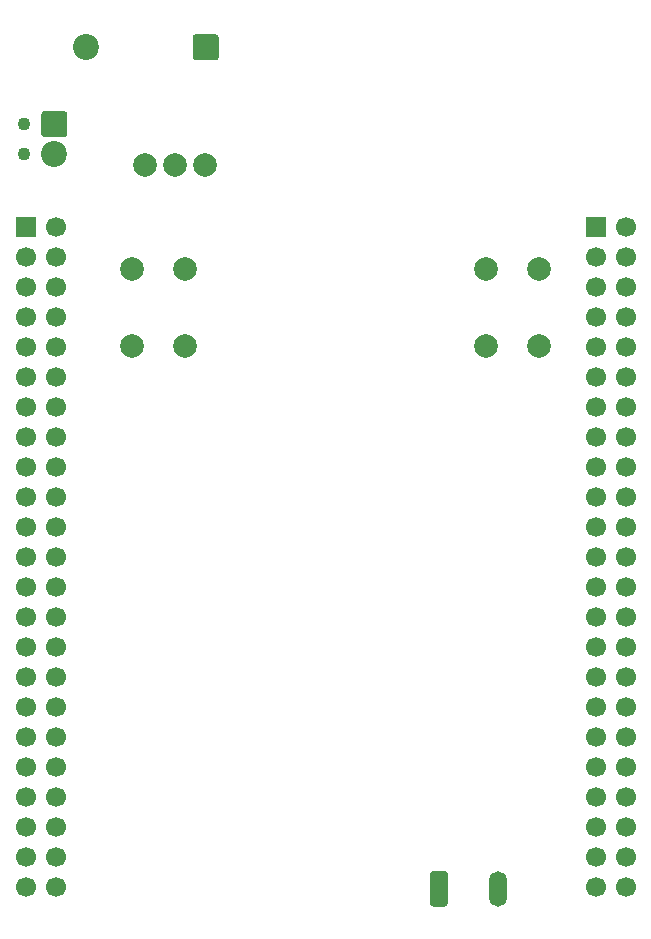
<source format=gbr>
G04 #@! TF.GenerationSoftware,KiCad,Pcbnew,9.0.1+1*
G04 #@! TF.CreationDate,2025-11-20T01:51:37+00:00*
G04 #@! TF.ProjectId,com4bbb,636f6d34-6262-4622-9e6b-696361645f70,rev?*
G04 #@! TF.SameCoordinates,Original*
G04 #@! TF.FileFunction,Soldermask,Bot*
G04 #@! TF.FilePolarity,Negative*
%FSLAX46Y46*%
G04 Gerber Fmt 4.6, Leading zero omitted, Abs format (unit mm)*
G04 Created by KiCad (PCBNEW 9.0.1+1) date 2025-11-20 01:51:37*
%MOMM*%
%LPD*%
G01*
G04 APERTURE LIST*
%ADD10R,1.700000X1.700000*%
%ADD11C,1.700000*%
%ADD12O,1.500000X3.000000*%
%ADD13C,2.000000*%
%ADD14C,1.100000*%
%ADD15C,2.200000*%
G04 APERTURE END LIST*
D10*
X164630100Y-62382400D03*
D11*
X167170100Y-62382400D03*
X164630100Y-64922400D03*
X167170100Y-64922400D03*
X164630100Y-67462400D03*
X167170100Y-67462400D03*
X164630100Y-70002400D03*
X167170100Y-70002400D03*
X164630100Y-72542400D03*
X167170100Y-72542400D03*
X164630100Y-75082400D03*
X167170100Y-75082400D03*
X164630100Y-77622400D03*
X167170100Y-77622400D03*
X164630100Y-80162400D03*
X167170100Y-80162400D03*
X164630100Y-82702400D03*
X167170100Y-82702400D03*
X164630100Y-85242400D03*
X167170100Y-85242400D03*
X164630100Y-87782400D03*
X167170100Y-87782400D03*
X164630100Y-90322400D03*
X167170100Y-90322400D03*
X164630100Y-92862400D03*
X167170100Y-92862400D03*
X164630100Y-95402400D03*
X167170100Y-95402400D03*
X164630100Y-97942400D03*
X167170100Y-97942400D03*
X164630100Y-100482400D03*
X167170100Y-100482400D03*
X164630100Y-103022400D03*
X167170100Y-103022400D03*
X164630100Y-105562400D03*
X167170100Y-105562400D03*
X164630100Y-108102400D03*
X167170100Y-108102400D03*
X164630100Y-110642400D03*
X167170100Y-110642400D03*
X164630100Y-113182400D03*
X167170100Y-113182400D03*
X164630100Y-115722400D03*
X167170100Y-115722400D03*
X164630100Y-118262400D03*
X167170100Y-118262400D03*
D10*
X116370100Y-62382400D03*
D11*
X118910100Y-62382400D03*
X116370100Y-64922400D03*
X118910100Y-64922400D03*
X116370100Y-67462400D03*
X118910100Y-67462400D03*
X116370100Y-70002400D03*
X118910100Y-70002400D03*
X116370100Y-72542400D03*
X118910100Y-72542400D03*
X116370100Y-75082400D03*
X118910100Y-75082400D03*
X116370100Y-77622400D03*
X118910100Y-77622400D03*
X116370100Y-80162400D03*
X118910100Y-80162400D03*
X116370100Y-82702400D03*
X118910100Y-82702400D03*
X116370100Y-85242400D03*
X118910100Y-85242400D03*
X116370100Y-87782400D03*
X118910100Y-87782400D03*
X116370100Y-90322400D03*
X118910100Y-90322400D03*
X116370100Y-92862400D03*
X118910100Y-92862400D03*
X116370100Y-95402400D03*
X118910100Y-95402400D03*
X116370100Y-97942400D03*
X118910100Y-97942400D03*
X116370100Y-100482400D03*
X118910100Y-100482400D03*
X116370100Y-103022400D03*
X118910100Y-103022400D03*
X116370100Y-105562400D03*
X118910100Y-105562400D03*
X116370100Y-108102400D03*
X118910100Y-108102400D03*
X116370100Y-110642400D03*
X118910100Y-110642400D03*
X116370100Y-113182400D03*
X118910100Y-113182400D03*
X116370100Y-115722400D03*
X118910100Y-115722400D03*
X116370100Y-118262400D03*
X118910100Y-118262400D03*
G36*
G01*
X150620100Y-119632399D02*
X150620100Y-117132401D01*
G75*
G02*
X150870101Y-116882400I250001J0D01*
G01*
X151870099Y-116882400D01*
G75*
G02*
X152120100Y-117132401I0J-250001D01*
G01*
X152120100Y-119632399D01*
G75*
G02*
X151870099Y-119882400I-250001J0D01*
G01*
X150870101Y-119882400D01*
G75*
G02*
X150620100Y-119632399I0J250001D01*
G01*
G37*
D12*
X156370100Y-118382400D03*
D13*
X155370100Y-72382400D03*
X155370100Y-65882400D03*
X159870100Y-72382400D03*
X159870100Y-65882400D03*
X125370100Y-72382400D03*
X125370100Y-65882400D03*
X129870100Y-72382400D03*
X129870100Y-65882400D03*
D14*
X116267500Y-53632400D03*
X116267500Y-56172400D03*
G36*
G01*
X117957499Y-52532400D02*
X119657501Y-52532400D01*
G75*
G02*
X119907500Y-52782399I0J-249999D01*
G01*
X119907500Y-54482401D01*
G75*
G02*
X119657501Y-54732400I-249999J0D01*
G01*
X117957499Y-54732400D01*
G75*
G02*
X117707500Y-54482401I0J249999D01*
G01*
X117707500Y-52782399D01*
G75*
G02*
X117957499Y-52532400I249999J0D01*
G01*
G37*
D15*
X118807500Y-56172400D03*
D13*
X126500000Y-57132400D03*
X129040000Y-57132400D03*
X131580000Y-57132400D03*
G36*
G01*
X132720100Y-46282399D02*
X132720100Y-47982401D01*
G75*
G02*
X132470101Y-48232400I-249999J0D01*
G01*
X130770099Y-48232400D01*
G75*
G02*
X130520100Y-47982401I0J249999D01*
G01*
X130520100Y-46282399D01*
G75*
G02*
X130770099Y-46032400I249999J0D01*
G01*
X132470101Y-46032400D01*
G75*
G02*
X132720100Y-46282399I0J-249999D01*
G01*
G37*
D15*
X121460100Y-47132400D03*
M02*

</source>
